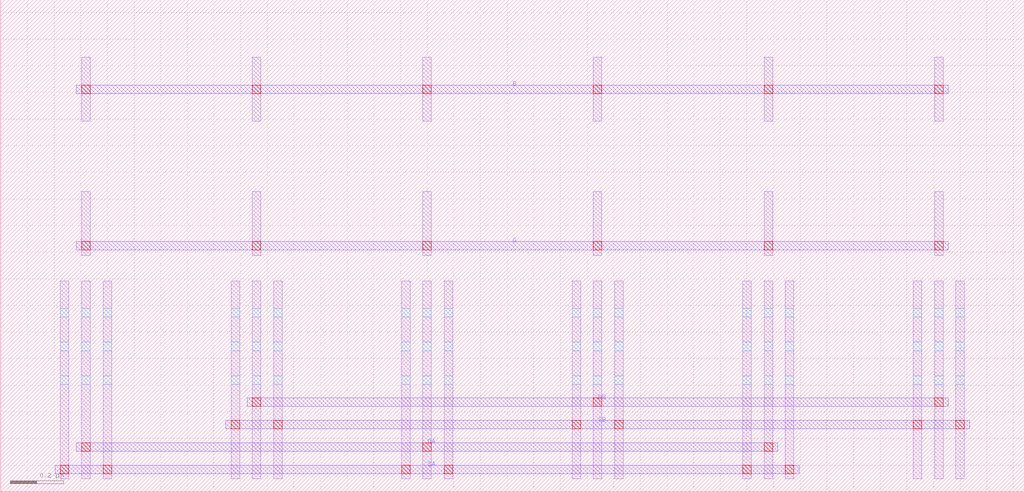
<source format=lef>
MACRO CMC_S_NMOS_B_nfin36_n12_X3_Y1_RVT
  ORIGIN 0 0 ;
  FOREIGN CMC_S_NMOS_B_nfin36_n12_X3_Y1_RVT 0 0 ;
  SIZE 3.8400 BY 1.8480 ;
  PIN SA
    DIRECTION INOUT ;
    USE SIGNAL ;
    PORT
      LAYER M2 ;
        RECT 0.2040 0.0680 2.9960 0.1000 ;
    END
  END SA
  PIN DA
    DIRECTION INOUT ;
    USE SIGNAL ;
    PORT
      LAYER M2 ;
        RECT 0.2840 0.1520 2.9160 0.1840 ;
    END
  END DA
  PIN SB
    DIRECTION INOUT ;
    USE SIGNAL ;
    PORT
      LAYER M2 ;
        RECT 0.8440 0.2360 3.6360 0.2680 ;
    END
  END SB
  PIN DB
    DIRECTION INOUT ;
    USE SIGNAL ;
    PORT
      LAYER M2 ;
        RECT 0.9240 0.3200 3.5560 0.3520 ;
    END
  END DB
  PIN G
    DIRECTION INOUT ;
    USE SIGNAL ;
    PORT
      LAYER M2 ;
        RECT 0.2840 0.9080 3.5560 0.9400 ;
    END
  END G
  PIN B
    DIRECTION INOUT ;
    USE SIGNAL ;
    PORT
      LAYER M2 ;
        RECT 0.2840 1.4960 3.5560 1.5280 ;
    END
  END B
  OBS
    LAYER M1 ;
      RECT 0.3040 0.0480 0.3360 0.7920 ;
    LAYER M1 ;
      RECT 0.3040 0.8880 0.3360 1.1280 ;
    LAYER M1 ;
      RECT 0.3040 1.3920 0.3360 1.6320 ;
    LAYER M1 ;
      RECT 0.2240 0.0480 0.2560 0.7920 ;
    LAYER M1 ;
      RECT 0.3840 0.0480 0.4160 0.7920 ;
    LAYER M1 ;
      RECT 0.9440 0.0480 0.9760 0.7920 ;
    LAYER M1 ;
      RECT 0.9440 0.8880 0.9760 1.1280 ;
    LAYER M1 ;
      RECT 0.9440 1.3920 0.9760 1.6320 ;
    LAYER M1 ;
      RECT 0.8640 0.0480 0.8960 0.7920 ;
    LAYER M1 ;
      RECT 1.0240 0.0480 1.0560 0.7920 ;
    LAYER M1 ;
      RECT 1.5840 0.0480 1.6160 0.7920 ;
    LAYER M1 ;
      RECT 1.5840 0.8880 1.6160 1.1280 ;
    LAYER M1 ;
      RECT 1.5840 1.3920 1.6160 1.6320 ;
    LAYER M1 ;
      RECT 1.5040 0.0480 1.5360 0.7920 ;
    LAYER M1 ;
      RECT 1.6640 0.0480 1.6960 0.7920 ;
    LAYER M1 ;
      RECT 2.2240 0.0480 2.2560 0.7920 ;
    LAYER M1 ;
      RECT 2.2240 0.8880 2.2560 1.1280 ;
    LAYER M1 ;
      RECT 2.2240 1.3920 2.2560 1.6320 ;
    LAYER M1 ;
      RECT 2.1440 0.0480 2.1760 0.7920 ;
    LAYER M1 ;
      RECT 2.3040 0.0480 2.3360 0.7920 ;
    LAYER M1 ;
      RECT 2.8640 0.0480 2.8960 0.7920 ;
    LAYER M1 ;
      RECT 2.8640 0.8880 2.8960 1.1280 ;
    LAYER M1 ;
      RECT 2.8640 1.3920 2.8960 1.6320 ;
    LAYER M1 ;
      RECT 2.7840 0.0480 2.8160 0.7920 ;
    LAYER M1 ;
      RECT 2.9440 0.0480 2.9760 0.7920 ;
    LAYER M1 ;
      RECT 3.5040 0.0480 3.5360 0.7920 ;
    LAYER M1 ;
      RECT 3.5040 0.8880 3.5360 1.1280 ;
    LAYER M1 ;
      RECT 3.5040 1.3920 3.5360 1.6320 ;
    LAYER M1 ;
      RECT 3.4240 0.0480 3.4560 0.7920 ;
    LAYER M1 ;
      RECT 3.5840 0.0480 3.6160 0.7920 ;
    LAYER V1 ;
      RECT 2.7840 0.0680 2.8160 0.1000 ;
    LAYER V1 ;
      RECT 0.2240 0.0680 0.2560 0.1000 ;
    LAYER V1 ;
      RECT 2.9440 0.0680 2.9760 0.1000 ;
    LAYER V1 ;
      RECT 0.3840 0.0680 0.4160 0.1000 ;
    LAYER V1 ;
      RECT 1.5040 0.0680 1.5360 0.1000 ;
    LAYER V1 ;
      RECT 1.6640 0.0680 1.6960 0.1000 ;
    LAYER V1 ;
      RECT 0.3040 0.1520 0.3360 0.1840 ;
    LAYER V1 ;
      RECT 0.3040 0.9080 0.3360 0.9400 ;
    LAYER V1 ;
      RECT 0.3040 1.4960 0.3360 1.5280 ;
    LAYER V1 ;
      RECT 2.8640 0.1520 2.8960 0.1840 ;
    LAYER V1 ;
      RECT 2.8640 0.9080 2.8960 0.9400 ;
    LAYER V1 ;
      RECT 2.8640 1.4960 2.8960 1.5280 ;
    LAYER V1 ;
      RECT 1.5840 0.1520 1.6160 0.1840 ;
    LAYER V1 ;
      RECT 1.5840 0.9080 1.6160 0.9400 ;
    LAYER V1 ;
      RECT 1.5840 1.4960 1.6160 1.5280 ;
    LAYER V1 ;
      RECT 0.8640 0.2360 0.8960 0.2680 ;
    LAYER V1 ;
      RECT 3.4240 0.2360 3.4560 0.2680 ;
    LAYER V1 ;
      RECT 3.5840 0.2360 3.6160 0.2680 ;
    LAYER V1 ;
      RECT 1.0240 0.2360 1.0560 0.2680 ;
    LAYER V1 ;
      RECT 2.1440 0.2360 2.1760 0.2680 ;
    LAYER V1 ;
      RECT 2.3040 0.2360 2.3360 0.2680 ;
    LAYER V1 ;
      RECT 0.9440 0.3200 0.9760 0.3520 ;
    LAYER V1 ;
      RECT 0.9440 0.9080 0.9760 0.9400 ;
    LAYER V1 ;
      RECT 0.9440 1.4960 0.9760 1.5280 ;
    LAYER V1 ;
      RECT 3.5040 0.3200 3.5360 0.3520 ;
    LAYER V1 ;
      RECT 3.5040 0.9080 3.5360 0.9400 ;
    LAYER V1 ;
      RECT 3.5040 1.4960 3.5360 1.5280 ;
    LAYER V1 ;
      RECT 2.2240 0.3200 2.2560 0.3520 ;
    LAYER V1 ;
      RECT 2.2240 0.9080 2.2560 0.9400 ;
    LAYER V1 ;
      RECT 2.2240 1.4960 2.2560 1.5280 ;
    LAYER V0 ;
      RECT 0.3040 0.4040 0.3360 0.4360 ;
    LAYER V0 ;
      RECT 0.3040 0.5300 0.3360 0.5620 ;
    LAYER V0 ;
      RECT 0.3040 0.6560 0.3360 0.6880 ;
    LAYER V0 ;
      RECT 0.3040 0.9080 0.3360 0.9400 ;
    LAYER V0 ;
      RECT 0.3040 1.4960 0.3360 1.5280 ;
    LAYER V0 ;
      RECT 0.2240 0.4040 0.2560 0.4360 ;
    LAYER V0 ;
      RECT 0.2240 0.5300 0.2560 0.5620 ;
    LAYER V0 ;
      RECT 0.2240 0.6560 0.2560 0.6880 ;
    LAYER V0 ;
      RECT 0.3840 0.4040 0.4160 0.4360 ;
    LAYER V0 ;
      RECT 0.3840 0.5300 0.4160 0.5620 ;
    LAYER V0 ;
      RECT 0.3840 0.6560 0.4160 0.6880 ;
    LAYER V0 ;
      RECT 0.9440 0.4040 0.9760 0.4360 ;
    LAYER V0 ;
      RECT 0.9440 0.5300 0.9760 0.5620 ;
    LAYER V0 ;
      RECT 0.9440 0.6560 0.9760 0.6880 ;
    LAYER V0 ;
      RECT 0.9440 0.9080 0.9760 0.9400 ;
    LAYER V0 ;
      RECT 0.9440 1.4960 0.9760 1.5280 ;
    LAYER V0 ;
      RECT 0.8640 0.4040 0.8960 0.4360 ;
    LAYER V0 ;
      RECT 0.8640 0.5300 0.8960 0.5620 ;
    LAYER V0 ;
      RECT 0.8640 0.6560 0.8960 0.6880 ;
    LAYER V0 ;
      RECT 1.0240 0.4040 1.0560 0.4360 ;
    LAYER V0 ;
      RECT 1.0240 0.5300 1.0560 0.5620 ;
    LAYER V0 ;
      RECT 1.0240 0.6560 1.0560 0.6880 ;
    LAYER V0 ;
      RECT 1.5840 0.4040 1.6160 0.4360 ;
    LAYER V0 ;
      RECT 1.5840 0.5300 1.6160 0.5620 ;
    LAYER V0 ;
      RECT 1.5840 0.6560 1.6160 0.6880 ;
    LAYER V0 ;
      RECT 1.5840 0.9080 1.6160 0.9400 ;
    LAYER V0 ;
      RECT 1.5840 1.4960 1.6160 1.5280 ;
    LAYER V0 ;
      RECT 1.5040 0.4040 1.5360 0.4360 ;
    LAYER V0 ;
      RECT 1.5040 0.5300 1.5360 0.5620 ;
    LAYER V0 ;
      RECT 1.5040 0.6560 1.5360 0.6880 ;
    LAYER V0 ;
      RECT 1.6640 0.4040 1.6960 0.4360 ;
    LAYER V0 ;
      RECT 1.6640 0.5300 1.6960 0.5620 ;
    LAYER V0 ;
      RECT 1.6640 0.6560 1.6960 0.6880 ;
    LAYER V0 ;
      RECT 2.2240 0.4040 2.2560 0.4360 ;
    LAYER V0 ;
      RECT 2.2240 0.5300 2.2560 0.5620 ;
    LAYER V0 ;
      RECT 2.2240 0.6560 2.2560 0.6880 ;
    LAYER V0 ;
      RECT 2.2240 0.9080 2.2560 0.9400 ;
    LAYER V0 ;
      RECT 2.2240 1.4960 2.2560 1.5280 ;
    LAYER V0 ;
      RECT 2.1440 0.4040 2.1760 0.4360 ;
    LAYER V0 ;
      RECT 2.1440 0.5300 2.1760 0.5620 ;
    LAYER V0 ;
      RECT 2.1440 0.6560 2.1760 0.6880 ;
    LAYER V0 ;
      RECT 2.3040 0.4040 2.3360 0.4360 ;
    LAYER V0 ;
      RECT 2.3040 0.5300 2.3360 0.5620 ;
    LAYER V0 ;
      RECT 2.3040 0.6560 2.3360 0.6880 ;
    LAYER V0 ;
      RECT 2.8640 0.4040 2.8960 0.4360 ;
    LAYER V0 ;
      RECT 2.8640 0.5300 2.8960 0.5620 ;
    LAYER V0 ;
      RECT 2.8640 0.6560 2.8960 0.6880 ;
    LAYER V0 ;
      RECT 2.8640 0.9080 2.8960 0.9400 ;
    LAYER V0 ;
      RECT 2.8640 1.4960 2.8960 1.5280 ;
    LAYER V0 ;
      RECT 2.7840 0.4040 2.8160 0.4360 ;
    LAYER V0 ;
      RECT 2.7840 0.5300 2.8160 0.5620 ;
    LAYER V0 ;
      RECT 2.7840 0.6560 2.8160 0.6880 ;
    LAYER V0 ;
      RECT 2.9440 0.4040 2.9760 0.4360 ;
    LAYER V0 ;
      RECT 2.9440 0.5300 2.9760 0.5620 ;
    LAYER V0 ;
      RECT 2.9440 0.6560 2.9760 0.6880 ;
    LAYER V0 ;
      RECT 3.5040 0.4040 3.5360 0.4360 ;
    LAYER V0 ;
      RECT 3.5040 0.5300 3.5360 0.5620 ;
    LAYER V0 ;
      RECT 3.5040 0.6560 3.5360 0.6880 ;
    LAYER V0 ;
      RECT 3.5040 0.9080 3.5360 0.9400 ;
    LAYER V0 ;
      RECT 3.5040 1.4960 3.5360 1.5280 ;
    LAYER V0 ;
      RECT 3.4240 0.4040 3.4560 0.4360 ;
    LAYER V0 ;
      RECT 3.4240 0.5300 3.4560 0.5620 ;
    LAYER V0 ;
      RECT 3.4240 0.6560 3.4560 0.6880 ;
    LAYER V0 ;
      RECT 3.5840 0.4040 3.6160 0.4360 ;
    LAYER V0 ;
      RECT 3.5840 0.5300 3.6160 0.5620 ;
    LAYER V0 ;
      RECT 3.5840 0.6560 3.6160 0.6880 ;
  END
END CMC_S_NMOS_B_nfin36_n12_X3_Y1_RVT
MACRO DCL_NMOS_nfin24_n12_X2_Y1_RVT
  ORIGIN 0 0 ;
  FOREIGN DCL_NMOS_nfin24_n12_X2_Y1_RVT 0 0 ;
  SIZE 0.8000 BY 1.8480 ;
  PIN S
    DIRECTION INOUT ;
    USE SIGNAL ;
    PORT
      LAYER M3 ;
        RECT 0.2200 0.0480 0.2600 1.5480 ;
    END
  END S
  PIN D
    DIRECTION INOUT ;
    USE SIGNAL ;
    PORT
      LAYER M3 ;
        RECT 0.3000 0.1320 0.3400 0.9600 ;
    END
  END D
  OBS
    LAYER M1 ;
      RECT 0.3040 0.0480 0.3360 0.7920 ;
    LAYER M1 ;
      RECT 0.3040 0.8880 0.3360 1.1280 ;
    LAYER M1 ;
      RECT 0.3040 1.3920 0.3360 1.6320 ;
    LAYER M1 ;
      RECT 0.2240 0.0480 0.2560 0.7920 ;
    LAYER M1 ;
      RECT 0.3840 0.0480 0.4160 0.7920 ;
    LAYER M1 ;
      RECT 0.4640 0.0480 0.4960 0.7920 ;
    LAYER M1 ;
      RECT 0.4640 0.8880 0.4960 1.1280 ;
    LAYER M1 ;
      RECT 0.4640 1.3920 0.4960 1.6320 ;
    LAYER M1 ;
      RECT 0.5440 0.0480 0.5760 0.7920 ;
    LAYER M2 ;
      RECT 0.2040 1.4960 0.5160 1.5280 ;
    LAYER M2 ;
      RECT 0.2040 0.0680 0.5960 0.1000 ;
    LAYER M2 ;
      RECT 0.2840 0.1520 0.5160 0.1840 ;
    LAYER M2 ;
      RECT 0.2840 0.9080 0.5160 0.9400 ;
    LAYER V1 ;
      RECT 0.3040 0.1520 0.3360 0.1840 ;
    LAYER V1 ;
      RECT 0.3040 0.9080 0.3360 0.9400 ;
    LAYER V1 ;
      RECT 0.3040 1.4960 0.3360 1.5280 ;
    LAYER V1 ;
      RECT 0.4640 0.1520 0.4960 0.1840 ;
    LAYER V1 ;
      RECT 0.4640 0.9080 0.4960 0.9400 ;
    LAYER V1 ;
      RECT 0.4640 1.4960 0.4960 1.5280 ;
    LAYER V1 ;
      RECT 0.2240 0.0680 0.2560 0.1000 ;
    LAYER V1 ;
      RECT 0.3840 0.0680 0.4160 0.1000 ;
    LAYER V1 ;
      RECT 0.5440 0.0680 0.5760 0.1000 ;
    LAYER V2 ;
      RECT 0.2240 0.0680 0.2560 0.1000 ;
    LAYER V2 ;
      RECT 0.2240 1.4960 0.2560 1.5280 ;
    LAYER V2 ;
      RECT 0.3040 0.1520 0.3360 0.1840 ;
    LAYER V2 ;
      RECT 0.3040 0.9080 0.3360 0.9400 ;
    LAYER V0 ;
      RECT 0.3040 0.4040 0.3360 0.4360 ;
    LAYER V0 ;
      RECT 0.3040 0.5300 0.3360 0.5620 ;
    LAYER V0 ;
      RECT 0.3040 0.6560 0.3360 0.6880 ;
    LAYER V0 ;
      RECT 0.3040 0.9080 0.3360 0.9400 ;
    LAYER V0 ;
      RECT 0.3040 1.4960 0.3360 1.5280 ;
    LAYER V0 ;
      RECT 0.2240 0.4040 0.2560 0.4360 ;
    LAYER V0 ;
      RECT 0.2240 0.5300 0.2560 0.5620 ;
    LAYER V0 ;
      RECT 0.2240 0.6560 0.2560 0.6880 ;
    LAYER V0 ;
      RECT 0.3840 0.4040 0.4160 0.4360 ;
    LAYER V0 ;
      RECT 0.3840 0.4040 0.4160 0.4360 ;
    LAYER V0 ;
      RECT 0.3840 0.5300 0.4160 0.5620 ;
    LAYER V0 ;
      RECT 0.3840 0.5300 0.4160 0.5620 ;
    LAYER V0 ;
      RECT 0.3840 0.6560 0.4160 0.6880 ;
    LAYER V0 ;
      RECT 0.3840 0.6560 0.4160 0.6880 ;
    LAYER V0 ;
      RECT 0.4640 0.4040 0.4960 0.4360 ;
    LAYER V0 ;
      RECT 0.4640 0.5300 0.4960 0.5620 ;
    LAYER V0 ;
      RECT 0.4640 0.6560 0.4960 0.6880 ;
    LAYER V0 ;
      RECT 0.4640 0.9080 0.4960 0.9400 ;
    LAYER V0 ;
      RECT 0.4640 1.4960 0.4960 1.5280 ;
    LAYER V0 ;
      RECT 0.5440 0.4040 0.5760 0.4360 ;
    LAYER V0 ;
      RECT 0.5440 0.5300 0.5760 0.5620 ;
    LAYER V0 ;
      RECT 0.5440 0.6560 0.5760 0.6880 ;
  END
END DCL_NMOS_nfin24_n12_X2_Y1_RVT
MACRO Cap_12f
  ORIGIN 0 0 ;
  FOREIGN Cap_12f 0 0 ;
  SIZE 2.4000 BY 2.4360 ;
  PIN PLUS
    DIRECTION INOUT ;
    USE SIGNAL ;
    PORT
      LAYER M2 ;
        RECT -0.0360 -0.0160 2.4360 0.0160 ;
    END
  END PLUS
  PIN MINUS
    DIRECTION INOUT ;
    USE SIGNAL ;
    PORT
      LAYER M2 ;
        RECT -0.0360 2.4200 2.4360 2.4520 ;
    END
  END MINUS
  OBS
    LAYER M1 ;
      RECT 0.0000 0.0000 2.4000 2.4360 ;
    LAYER M2 ;
      RECT 0.0000 0.0000 2.4000 2.4360 ;
    LAYER M3 ;
      RECT 0.0000 0.0000 2.4000 2.4360 ;
  END
END Cap_12f
MACRO CMC_PMOS_nfin12_n12_X1_Y1_RVT
  ORIGIN 0 0 ;
  FOREIGN CMC_PMOS_nfin12_n12_X1_Y1_RVT 0 0 ;
  SIZE 0.8000 BY 1.8480 ;
  PIN S
    DIRECTION INOUT ;
    USE SIGNAL ;
    PORT
      LAYER M3 ;
        RECT 0.1400 0.0480 0.1800 1.5480 ;
    END
  END S
  PIN DA
    DIRECTION INOUT ;
    USE SIGNAL ;
    PORT
      LAYER M2 ;
        RECT 0.1240 0.1520 0.3560 0.1840 ;
    END
  END DA
  PIN DB
    DIRECTION INOUT ;
    USE SIGNAL ;
    PORT
      LAYER M2 ;
        RECT 0.2840 0.2360 0.5160 0.2680 ;
    END
  END DB
  PIN G
    DIRECTION INOUT ;
    USE SIGNAL ;
    PORT
      LAYER M2 ;
        RECT 0.2840 0.9080 0.5160 0.9400 ;
    END
  END G
  OBS
    LAYER M1 ;
      RECT 0.3040 0.0480 0.3360 0.7920 ;
    LAYER M1 ;
      RECT 0.3040 0.8880 0.3360 1.1280 ;
    LAYER M1 ;
      RECT 0.3040 1.3920 0.3360 1.6320 ;
    LAYER M1 ;
      RECT 0.2240 0.0480 0.2560 0.7920 ;
    LAYER M1 ;
      RECT 0.3840 0.0480 0.4160 0.7920 ;
    LAYER M1 ;
      RECT 0.4640 0.0480 0.4960 0.7920 ;
    LAYER M1 ;
      RECT 0.4640 0.8880 0.4960 1.1280 ;
    LAYER M1 ;
      RECT 0.4640 1.3920 0.4960 1.6320 ;
    LAYER M1 ;
      RECT 0.5440 0.0480 0.5760 0.7920 ;
    LAYER M2 ;
      RECT 0.1240 1.4960 0.5160 1.5280 ;
    LAYER M2 ;
      RECT 0.1240 0.0680 0.5960 0.1000 ;
    LAYER V1 ;
      RECT 0.3040 0.1520 0.3360 0.1840 ;
    LAYER V1 ;
      RECT 0.3040 0.9080 0.3360 0.9400 ;
    LAYER V1 ;
      RECT 0.3040 1.4960 0.3360 1.5280 ;
    LAYER V1 ;
      RECT 0.4640 0.2360 0.4960 0.2680 ;
    LAYER V1 ;
      RECT 0.4640 0.9080 0.4960 0.9400 ;
    LAYER V1 ;
      RECT 0.4640 1.4960 0.4960 1.5280 ;
    LAYER V1 ;
      RECT 0.2240 0.0680 0.2560 0.1000 ;
    LAYER V1 ;
      RECT 0.3840 0.0680 0.4160 0.1000 ;
    LAYER V1 ;
      RECT 0.5440 0.0680 0.5760 0.1000 ;
    LAYER V2 ;
      RECT 0.1440 0.0680 0.1760 0.1000 ;
    LAYER V2 ;
      RECT 0.1440 1.4960 0.1760 1.5280 ;
    LAYER V0 ;
      RECT 0.3040 0.4040 0.3360 0.4360 ;
    LAYER V0 ;
      RECT 0.3040 0.5300 0.3360 0.5620 ;
    LAYER V0 ;
      RECT 0.3040 0.6560 0.3360 0.6880 ;
    LAYER V0 ;
      RECT 0.3040 0.9080 0.3360 0.9400 ;
    LAYER V0 ;
      RECT 0.3040 1.4960 0.3360 1.5280 ;
    LAYER V0 ;
      RECT 0.2240 0.4040 0.2560 0.4360 ;
    LAYER V0 ;
      RECT 0.2240 0.5300 0.2560 0.5620 ;
    LAYER V0 ;
      RECT 0.2240 0.6560 0.2560 0.6880 ;
    LAYER V0 ;
      RECT 0.3840 0.4040 0.4160 0.4360 ;
    LAYER V0 ;
      RECT 0.3840 0.4040 0.4160 0.4360 ;
    LAYER V0 ;
      RECT 0.3840 0.5300 0.4160 0.5620 ;
    LAYER V0 ;
      RECT 0.3840 0.5300 0.4160 0.5620 ;
    LAYER V0 ;
      RECT 0.3840 0.6560 0.4160 0.6880 ;
    LAYER V0 ;
      RECT 0.3840 0.6560 0.4160 0.6880 ;
    LAYER V0 ;
      RECT 0.4640 0.4040 0.4960 0.4360 ;
    LAYER V0 ;
      RECT 0.4640 0.5300 0.4960 0.5620 ;
    LAYER V0 ;
      RECT 0.4640 0.6560 0.4960 0.6880 ;
    LAYER V0 ;
      RECT 0.4640 0.9080 0.4960 0.9400 ;
    LAYER V0 ;
      RECT 0.4640 1.4960 0.4960 1.5280 ;
    LAYER V0 ;
      RECT 0.5440 0.4040 0.5760 0.4360 ;
    LAYER V0 ;
      RECT 0.5440 0.5300 0.5760 0.5620 ;
    LAYER V0 ;
      RECT 0.5440 0.6560 0.5760 0.6880 ;
  END
END CMC_PMOS_nfin12_n12_X1_Y1_RVT
MACRO DP_NMOS_B_nfin72_n12_X6_Y1_RVT
  ORIGIN 0 0 ;
  FOREIGN DP_NMOS_B_nfin72_n12_X6_Y1_RVT 0 0 ;
  SIZE 2.4000 BY 1.8480 ;
  PIN S
    DIRECTION INOUT ;
    USE SIGNAL ;
    PORT
      LAYER M2 ;
        RECT 0.2040 0.0680 2.1960 0.1000 ;
    END
  END S
  PIN DA
    DIRECTION INOUT ;
    USE SIGNAL ;
    PORT
      LAYER M2 ;
        RECT 0.2840 0.1520 2.1160 0.1840 ;
    END
  END DA
  PIN DB
    DIRECTION INOUT ;
    USE SIGNAL ;
    PORT
      LAYER M2 ;
        RECT 0.4440 0.2360 1.9560 0.2680 ;
    END
  END DB
  PIN GA
    DIRECTION INOUT ;
    USE SIGNAL ;
    PORT
      LAYER M2 ;
        RECT 0.2840 0.9080 2.1160 0.9400 ;
    END
  END GA
  PIN GB
    DIRECTION INOUT ;
    USE SIGNAL ;
    PORT
      LAYER M2 ;
        RECT 0.4440 0.9920 1.9560 1.0240 ;
    END
  END GB
  PIN B
    DIRECTION INOUT ;
    USE SIGNAL ;
    PORT
      LAYER M2 ;
        RECT 0.2840 1.4960 2.1160 1.5280 ;
    END
  END B
  OBS
    LAYER M1 ;
      RECT 0.3040 0.0480 0.3360 0.7920 ;
    LAYER M1 ;
      RECT 0.3040 0.8880 0.3360 1.1280 ;
    LAYER M1 ;
      RECT 0.3040 1.3920 0.3360 1.6320 ;
    LAYER M1 ;
      RECT 0.2240 0.0480 0.2560 0.7920 ;
    LAYER M1 ;
      RECT 0.3840 0.0480 0.4160 0.7920 ;
    LAYER M1 ;
      RECT 0.4640 0.0480 0.4960 0.7920 ;
    LAYER M1 ;
      RECT 0.4640 0.8880 0.4960 1.1280 ;
    LAYER M1 ;
      RECT 0.4640 1.3920 0.4960 1.6320 ;
    LAYER M1 ;
      RECT 0.5440 0.0480 0.5760 0.7920 ;
    LAYER M1 ;
      RECT 0.6240 0.0480 0.6560 0.7920 ;
    LAYER M1 ;
      RECT 0.6240 0.8880 0.6560 1.1280 ;
    LAYER M1 ;
      RECT 0.6240 1.3920 0.6560 1.6320 ;
    LAYER M1 ;
      RECT 0.7040 0.0480 0.7360 0.7920 ;
    LAYER M1 ;
      RECT 0.7840 0.0480 0.8160 0.7920 ;
    LAYER M1 ;
      RECT 0.7840 0.8880 0.8160 1.1280 ;
    LAYER M1 ;
      RECT 0.7840 1.3920 0.8160 1.6320 ;
    LAYER M1 ;
      RECT 0.8640 0.0480 0.8960 0.7920 ;
    LAYER M1 ;
      RECT 0.9440 0.0480 0.9760 0.7920 ;
    LAYER M1 ;
      RECT 0.9440 0.8880 0.9760 1.1280 ;
    LAYER M1 ;
      RECT 0.9440 1.3920 0.9760 1.6320 ;
    LAYER M1 ;
      RECT 1.0240 0.0480 1.0560 0.7920 ;
    LAYER M1 ;
      RECT 1.1040 0.0480 1.1360 0.7920 ;
    LAYER M1 ;
      RECT 1.1040 0.8880 1.1360 1.1280 ;
    LAYER M1 ;
      RECT 1.1040 1.3920 1.1360 1.6320 ;
    LAYER M1 ;
      RECT 1.1840 0.0480 1.2160 0.7920 ;
    LAYER M1 ;
      RECT 1.2640 0.0480 1.2960 0.7920 ;
    LAYER M1 ;
      RECT 1.2640 0.8880 1.2960 1.1280 ;
    LAYER M1 ;
      RECT 1.2640 1.3920 1.2960 1.6320 ;
    LAYER M1 ;
      RECT 1.3440 0.0480 1.3760 0.7920 ;
    LAYER M1 ;
      RECT 1.4240 0.0480 1.4560 0.7920 ;
    LAYER M1 ;
      RECT 1.4240 0.8880 1.4560 1.1280 ;
    LAYER M1 ;
      RECT 1.4240 1.3920 1.4560 1.6320 ;
    LAYER M1 ;
      RECT 1.5040 0.0480 1.5360 0.7920 ;
    LAYER M1 ;
      RECT 1.5840 0.0480 1.6160 0.7920 ;
    LAYER M1 ;
      RECT 1.5840 0.8880 1.6160 1.1280 ;
    LAYER M1 ;
      RECT 1.5840 1.3920 1.6160 1.6320 ;
    LAYER M1 ;
      RECT 1.6640 0.0480 1.6960 0.7920 ;
    LAYER M1 ;
      RECT 1.7440 0.0480 1.7760 0.7920 ;
    LAYER M1 ;
      RECT 1.7440 0.8880 1.7760 1.1280 ;
    LAYER M1 ;
      RECT 1.7440 1.3920 1.7760 1.6320 ;
    LAYER M1 ;
      RECT 1.8240 0.0480 1.8560 0.7920 ;
    LAYER M1 ;
      RECT 1.9040 0.0480 1.9360 0.7920 ;
    LAYER M1 ;
      RECT 1.9040 0.8880 1.9360 1.1280 ;
    LAYER M1 ;
      RECT 1.9040 1.3920 1.9360 1.6320 ;
    LAYER M1 ;
      RECT 1.9840 0.0480 2.0160 0.7920 ;
    LAYER M1 ;
      RECT 2.0640 0.0480 2.0960 0.7920 ;
    LAYER M1 ;
      RECT 2.0640 0.8880 2.0960 1.1280 ;
    LAYER M1 ;
      RECT 2.0640 1.3920 2.0960 1.6320 ;
    LAYER M1 ;
      RECT 2.1440 0.0480 2.1760 0.7920 ;
    LAYER V1 ;
      RECT 0.2240 0.0680 0.2560 0.1000 ;
    LAYER V1 ;
      RECT 0.3840 0.0680 0.4160 0.1000 ;
    LAYER V1 ;
      RECT 0.5440 0.0680 0.5760 0.1000 ;
    LAYER V1 ;
      RECT 0.7040 0.0680 0.7360 0.1000 ;
    LAYER V1 ;
      RECT 0.8640 0.0680 0.8960 0.1000 ;
    LAYER V1 ;
      RECT 1.0240 0.0680 1.0560 0.1000 ;
    LAYER V1 ;
      RECT 1.1840 0.0680 1.2160 0.1000 ;
    LAYER V1 ;
      RECT 1.3440 0.0680 1.3760 0.1000 ;
    LAYER V1 ;
      RECT 1.5040 0.0680 1.5360 0.1000 ;
    LAYER V1 ;
      RECT 1.6640 0.0680 1.6960 0.1000 ;
    LAYER V1 ;
      RECT 1.8240 0.0680 1.8560 0.1000 ;
    LAYER V1 ;
      RECT 1.9840 0.0680 2.0160 0.1000 ;
    LAYER V1 ;
      RECT 2.1440 0.0680 2.1760 0.1000 ;
    LAYER V1 ;
      RECT 0.3040 0.1520 0.3360 0.1840 ;
    LAYER V1 ;
      RECT 0.3040 0.9080 0.3360 0.9400 ;
    LAYER V1 ;
      RECT 0.3040 1.4960 0.3360 1.5280 ;
    LAYER V1 ;
      RECT 0.7840 0.1520 0.8160 0.1840 ;
    LAYER V1 ;
      RECT 0.7840 0.9080 0.8160 0.9400 ;
    LAYER V1 ;
      RECT 0.7840 1.4960 0.8160 1.5280 ;
    LAYER V1 ;
      RECT 0.9440 0.1520 0.9760 0.1840 ;
    LAYER V1 ;
      RECT 0.9440 0.9080 0.9760 0.9400 ;
    LAYER V1 ;
      RECT 0.9440 1.4960 0.9760 1.5280 ;
    LAYER V1 ;
      RECT 1.4240 0.1520 1.4560 0.1840 ;
    LAYER V1 ;
      RECT 1.4240 0.9080 1.4560 0.9400 ;
    LAYER V1 ;
      RECT 1.4240 1.4960 1.4560 1.5280 ;
    LAYER V1 ;
      RECT 1.5840 0.1520 1.6160 0.1840 ;
    LAYER V1 ;
      RECT 1.5840 0.9080 1.6160 0.9400 ;
    LAYER V1 ;
      RECT 1.5840 1.4960 1.6160 1.5280 ;
    LAYER V1 ;
      RECT 2.0640 0.1520 2.0960 0.1840 ;
    LAYER V1 ;
      RECT 2.0640 0.9080 2.0960 0.9400 ;
    LAYER V1 ;
      RECT 2.0640 1.4960 2.0960 1.5280 ;
    LAYER V1 ;
      RECT 0.4640 0.2360 0.4960 0.2680 ;
    LAYER V1 ;
      RECT 0.4640 0.9920 0.4960 1.0240 ;
    LAYER V1 ;
      RECT 0.4640 1.4960 0.4960 1.5280 ;
    LAYER V1 ;
      RECT 0.6240 0.2360 0.6560 0.2680 ;
    LAYER V1 ;
      RECT 0.6240 0.9920 0.6560 1.0240 ;
    LAYER V1 ;
      RECT 0.6240 1.4960 0.6560 1.5280 ;
    LAYER V1 ;
      RECT 1.1040 0.2360 1.1360 0.2680 ;
    LAYER V1 ;
      RECT 1.1040 0.9920 1.1360 1.0240 ;
    LAYER V1 ;
      RECT 1.1040 1.4960 1.1360 1.5280 ;
    LAYER V1 ;
      RECT 1.2640 0.2360 1.2960 0.2680 ;
    LAYER V1 ;
      RECT 1.2640 0.9920 1.2960 1.0240 ;
    LAYER V1 ;
      RECT 1.2640 1.4960 1.2960 1.5280 ;
    LAYER V1 ;
      RECT 1.7440 0.2360 1.7760 0.2680 ;
    LAYER V1 ;
      RECT 1.7440 0.9920 1.7760 1.0240 ;
    LAYER V1 ;
      RECT 1.7440 1.4960 1.7760 1.5280 ;
    LAYER V1 ;
      RECT 1.9040 0.2360 1.9360 0.2680 ;
    LAYER V1 ;
      RECT 1.9040 0.9920 1.9360 1.0240 ;
    LAYER V1 ;
      RECT 1.9040 1.4960 1.9360 1.5280 ;
    LAYER V0 ;
      RECT 0.3040 0.4040 0.3360 0.4360 ;
    LAYER V0 ;
      RECT 0.3040 0.5300 0.3360 0.5620 ;
    LAYER V0 ;
      RECT 0.3040 0.6560 0.3360 0.6880 ;
    LAYER V0 ;
      RECT 0.3040 0.9080 0.3360 0.9400 ;
    LAYER V0 ;
      RECT 0.3040 1.4960 0.3360 1.5280 ;
    LAYER V0 ;
      RECT 0.2240 0.4040 0.2560 0.4360 ;
    LAYER V0 ;
      RECT 0.2240 0.5300 0.2560 0.5620 ;
    LAYER V0 ;
      RECT 0.2240 0.6560 0.2560 0.6880 ;
    LAYER V0 ;
      RECT 0.3840 0.4040 0.4160 0.4360 ;
    LAYER V0 ;
      RECT 0.3840 0.4040 0.4160 0.4360 ;
    LAYER V0 ;
      RECT 0.3840 0.5300 0.4160 0.5620 ;
    LAYER V0 ;
      RECT 0.3840 0.5300 0.4160 0.5620 ;
    LAYER V0 ;
      RECT 0.3840 0.6560 0.4160 0.6880 ;
    LAYER V0 ;
      RECT 0.3840 0.6560 0.4160 0.6880 ;
    LAYER V0 ;
      RECT 0.4640 0.4040 0.4960 0.4360 ;
    LAYER V0 ;
      RECT 0.4640 0.5300 0.4960 0.5620 ;
    LAYER V0 ;
      RECT 0.4640 0.6560 0.4960 0.6880 ;
    LAYER V0 ;
      RECT 0.4640 0.9080 0.4960 0.9400 ;
    LAYER V0 ;
      RECT 0.4640 1.4960 0.4960 1.5280 ;
    LAYER V0 ;
      RECT 0.5440 0.4040 0.5760 0.4360 ;
    LAYER V0 ;
      RECT 0.5440 0.4040 0.5760 0.4360 ;
    LAYER V0 ;
      RECT 0.5440 0.5300 0.5760 0.5620 ;
    LAYER V0 ;
      RECT 0.5440 0.5300 0.5760 0.5620 ;
    LAYER V0 ;
      RECT 0.5440 0.6560 0.5760 0.6880 ;
    LAYER V0 ;
      RECT 0.5440 0.6560 0.5760 0.6880 ;
    LAYER V0 ;
      RECT 0.6240 0.4040 0.6560 0.4360 ;
    LAYER V0 ;
      RECT 0.6240 0.5300 0.6560 0.5620 ;
    LAYER V0 ;
      RECT 0.6240 0.6560 0.6560 0.6880 ;
    LAYER V0 ;
      RECT 0.6240 0.9080 0.6560 0.9400 ;
    LAYER V0 ;
      RECT 0.6240 1.4960 0.6560 1.5280 ;
    LAYER V0 ;
      RECT 0.7040 0.4040 0.7360 0.4360 ;
    LAYER V0 ;
      RECT 0.7040 0.4040 0.7360 0.4360 ;
    LAYER V0 ;
      RECT 0.7040 0.5300 0.7360 0.5620 ;
    LAYER V0 ;
      RECT 0.7040 0.5300 0.7360 0.5620 ;
    LAYER V0 ;
      RECT 0.7040 0.6560 0.7360 0.6880 ;
    LAYER V0 ;
      RECT 0.7040 0.6560 0.7360 0.6880 ;
    LAYER V0 ;
      RECT 0.7840 0.4040 0.8160 0.4360 ;
    LAYER V0 ;
      RECT 0.7840 0.5300 0.8160 0.5620 ;
    LAYER V0 ;
      RECT 0.7840 0.6560 0.8160 0.6880 ;
    LAYER V0 ;
      RECT 0.7840 0.9080 0.8160 0.9400 ;
    LAYER V0 ;
      RECT 0.7840 1.4960 0.8160 1.5280 ;
    LAYER V0 ;
      RECT 0.8640 0.4040 0.8960 0.4360 ;
    LAYER V0 ;
      RECT 0.8640 0.4040 0.8960 0.4360 ;
    LAYER V0 ;
      RECT 0.8640 0.5300 0.8960 0.5620 ;
    LAYER V0 ;
      RECT 0.8640 0.5300 0.8960 0.5620 ;
    LAYER V0 ;
      RECT 0.8640 0.6560 0.8960 0.6880 ;
    LAYER V0 ;
      RECT 0.8640 0.6560 0.8960 0.6880 ;
    LAYER V0 ;
      RECT 0.9440 0.4040 0.9760 0.4360 ;
    LAYER V0 ;
      RECT 0.9440 0.5300 0.9760 0.5620 ;
    LAYER V0 ;
      RECT 0.9440 0.6560 0.9760 0.6880 ;
    LAYER V0 ;
      RECT 0.9440 0.9080 0.9760 0.9400 ;
    LAYER V0 ;
      RECT 0.9440 1.4960 0.9760 1.5280 ;
    LAYER V0 ;
      RECT 1.0240 0.4040 1.0560 0.4360 ;
    LAYER V0 ;
      RECT 1.0240 0.4040 1.0560 0.4360 ;
    LAYER V0 ;
      RECT 1.0240 0.5300 1.0560 0.5620 ;
    LAYER V0 ;
      RECT 1.0240 0.5300 1.0560 0.5620 ;
    LAYER V0 ;
      RECT 1.0240 0.6560 1.0560 0.6880 ;
    LAYER V0 ;
      RECT 1.0240 0.6560 1.0560 0.6880 ;
    LAYER V0 ;
      RECT 1.1040 0.4040 1.1360 0.4360 ;
    LAYER V0 ;
      RECT 1.1040 0.5300 1.1360 0.5620 ;
    LAYER V0 ;
      RECT 1.1040 0.6560 1.1360 0.6880 ;
    LAYER V0 ;
      RECT 1.1040 0.9080 1.1360 0.9400 ;
    LAYER V0 ;
      RECT 1.1040 1.4960 1.1360 1.5280 ;
    LAYER V0 ;
      RECT 1.1840 0.4040 1.2160 0.4360 ;
    LAYER V0 ;
      RECT 1.1840 0.4040 1.2160 0.4360 ;
    LAYER V0 ;
      RECT 1.1840 0.5300 1.2160 0.5620 ;
    LAYER V0 ;
      RECT 1.1840 0.5300 1.2160 0.5620 ;
    LAYER V0 ;
      RECT 1.1840 0.6560 1.2160 0.6880 ;
    LAYER V0 ;
      RECT 1.1840 0.6560 1.2160 0.6880 ;
    LAYER V0 ;
      RECT 1.2640 0.4040 1.2960 0.4360 ;
    LAYER V0 ;
      RECT 1.2640 0.5300 1.2960 0.5620 ;
    LAYER V0 ;
      RECT 1.2640 0.6560 1.2960 0.6880 ;
    LAYER V0 ;
      RECT 1.2640 0.9080 1.2960 0.9400 ;
    LAYER V0 ;
      RECT 1.2640 1.4960 1.2960 1.5280 ;
    LAYER V0 ;
      RECT 1.3440 0.4040 1.3760 0.4360 ;
    LAYER V0 ;
      RECT 1.3440 0.4040 1.3760 0.4360 ;
    LAYER V0 ;
      RECT 1.3440 0.5300 1.3760 0.5620 ;
    LAYER V0 ;
      RECT 1.3440 0.5300 1.3760 0.5620 ;
    LAYER V0 ;
      RECT 1.3440 0.6560 1.3760 0.6880 ;
    LAYER V0 ;
      RECT 1.3440 0.6560 1.3760 0.6880 ;
    LAYER V0 ;
      RECT 1.4240 0.4040 1.4560 0.4360 ;
    LAYER V0 ;
      RECT 1.4240 0.5300 1.4560 0.5620 ;
    LAYER V0 ;
      RECT 1.4240 0.6560 1.4560 0.6880 ;
    LAYER V0 ;
      RECT 1.4240 0.9080 1.4560 0.9400 ;
    LAYER V0 ;
      RECT 1.4240 1.4960 1.4560 1.5280 ;
    LAYER V0 ;
      RECT 1.5040 0.4040 1.5360 0.4360 ;
    LAYER V0 ;
      RECT 1.5040 0.4040 1.5360 0.4360 ;
    LAYER V0 ;
      RECT 1.5040 0.5300 1.5360 0.5620 ;
    LAYER V0 ;
      RECT 1.5040 0.5300 1.5360 0.5620 ;
    LAYER V0 ;
      RECT 1.5040 0.6560 1.5360 0.6880 ;
    LAYER V0 ;
      RECT 1.5040 0.6560 1.5360 0.6880 ;
    LAYER V0 ;
      RECT 1.5840 0.4040 1.6160 0.4360 ;
    LAYER V0 ;
      RECT 1.5840 0.5300 1.6160 0.5620 ;
    LAYER V0 ;
      RECT 1.5840 0.6560 1.6160 0.6880 ;
    LAYER V0 ;
      RECT 1.5840 0.9080 1.6160 0.9400 ;
    LAYER V0 ;
      RECT 1.5840 1.4960 1.6160 1.5280 ;
    LAYER V0 ;
      RECT 1.6640 0.4040 1.6960 0.4360 ;
    LAYER V0 ;
      RECT 1.6640 0.4040 1.6960 0.4360 ;
    LAYER V0 ;
      RECT 1.6640 0.5300 1.6960 0.5620 ;
    LAYER V0 ;
      RECT 1.6640 0.5300 1.6960 0.5620 ;
    LAYER V0 ;
      RECT 1.6640 0.6560 1.6960 0.6880 ;
    LAYER V0 ;
      RECT 1.6640 0.6560 1.6960 0.6880 ;
    LAYER V0 ;
      RECT 1.7440 0.4040 1.7760 0.4360 ;
    LAYER V0 ;
      RECT 1.7440 0.5300 1.7760 0.5620 ;
    LAYER V0 ;
      RECT 1.7440 0.6560 1.7760 0.6880 ;
    LAYER V0 ;
      RECT 1.7440 0.9080 1.7760 0.9400 ;
    LAYER V0 ;
      RECT 1.7440 1.4960 1.7760 1.5280 ;
    LAYER V0 ;
      RECT 1.8240 0.4040 1.8560 0.4360 ;
    LAYER V0 ;
      RECT 1.8240 0.4040 1.8560 0.4360 ;
    LAYER V0 ;
      RECT 1.8240 0.5300 1.8560 0.5620 ;
    LAYER V0 ;
      RECT 1.8240 0.5300 1.8560 0.5620 ;
    LAYER V0 ;
      RECT 1.8240 0.6560 1.8560 0.6880 ;
    LAYER V0 ;
      RECT 1.8240 0.6560 1.8560 0.6880 ;
    LAYER V0 ;
      RECT 1.9040 0.4040 1.9360 0.4360 ;
    LAYER V0 ;
      RECT 1.9040 0.5300 1.9360 0.5620 ;
    LAYER V0 ;
      RECT 1.9040 0.6560 1.9360 0.6880 ;
    LAYER V0 ;
      RECT 1.9040 0.9080 1.9360 0.9400 ;
    LAYER V0 ;
      RECT 1.9040 1.4960 1.9360 1.5280 ;
    LAYER V0 ;
      RECT 1.9840 0.4040 2.0160 0.4360 ;
    LAYER V0 ;
      RECT 1.9840 0.4040 2.0160 0.4360 ;
    LAYER V0 ;
      RECT 1.9840 0.5300 2.0160 0.5620 ;
    LAYER V0 ;
      RECT 1.9840 0.5300 2.0160 0.5620 ;
    LAYER V0 ;
      RECT 1.9840 0.6560 2.0160 0.6880 ;
    LAYER V0 ;
      RECT 1.9840 0.6560 2.0160 0.6880 ;
    LAYER V0 ;
      RECT 2.0640 0.4040 2.0960 0.4360 ;
    LAYER V0 ;
      RECT 2.0640 0.5300 2.0960 0.5620 ;
    LAYER V0 ;
      RECT 2.0640 0.6560 2.0960 0.6880 ;
    LAYER V0 ;
      RECT 2.0640 0.9080 2.0960 0.9400 ;
    LAYER V0 ;
      RECT 2.0640 1.4960 2.0960 1.5280 ;
    LAYER V0 ;
      RECT 2.1440 0.4040 2.1760 0.4360 ;
    LAYER V0 ;
      RECT 2.1440 0.5300 2.1760 0.5620 ;
    LAYER V0 ;
      RECT 2.1440 0.6560 2.1760 0.6880 ;
  END
END DP_NMOS_B_nfin72_n12_X6_Y1_RVT
MACRO Switch_NMOS_B_nfin12_n12_X1_Y1_RVT
  ORIGIN 0 0 ;
  FOREIGN Switch_NMOS_B_nfin12_n12_X1_Y1_RVT 0 0 ;
  SIZE 0.6400 BY 1.8480 ;
  PIN S
    DIRECTION INOUT ;
    USE SIGNAL ;
    PORT
      LAYER M2 ;
        RECT 0.2040 0.0680 0.4360 0.1000 ;
    END
  END S
  PIN D
    DIRECTION INOUT ;
    USE SIGNAL ;
    PORT
      LAYER M2 ;
        RECT 0.1240 0.1520 0.3560 0.1840 ;
    END
  END D
  PIN G
    DIRECTION INOUT ;
    USE SIGNAL ;
    PORT
      LAYER M2 ;
        RECT 0.1240 0.9080 0.3560 0.9400 ;
    END
  END G
  PIN B
    DIRECTION INOUT ;
    USE SIGNAL ;
    PORT
      LAYER M2 ;
        RECT 0.1240 1.4960 0.3560 1.5280 ;
    END
  END B
  OBS
    LAYER M1 ;
      RECT 0.3040 0.0480 0.3360 0.7920 ;
    LAYER M1 ;
      RECT 0.3040 0.8880 0.3360 1.1280 ;
    LAYER M1 ;
      RECT 0.3040 1.3920 0.3360 1.6320 ;
    LAYER M1 ;
      RECT 0.2240 0.0480 0.2560 0.7920 ;
    LAYER M1 ;
      RECT 0.3840 0.0480 0.4160 0.7920 ;
    LAYER V1 ;
      RECT 0.2240 0.0680 0.2560 0.1000 ;
    LAYER V1 ;
      RECT 0.3840 0.0680 0.4160 0.1000 ;
    LAYER V1 ;
      RECT 0.3040 0.1520 0.3360 0.1840 ;
    LAYER V1 ;
      RECT 0.3040 0.9080 0.3360 0.9400 ;
    LAYER V1 ;
      RECT 0.3040 1.4960 0.3360 1.5280 ;
    LAYER V0 ;
      RECT 0.3040 0.4040 0.3360 0.4360 ;
    LAYER V0 ;
      RECT 0.3040 0.5300 0.3360 0.5620 ;
    LAYER V0 ;
      RECT 0.3040 0.6560 0.3360 0.6880 ;
    LAYER V0 ;
      RECT 0.3040 0.9080 0.3360 0.9400 ;
    LAYER V0 ;
      RECT 0.3040 1.4960 0.3360 1.5280 ;
    LAYER V0 ;
      RECT 0.2240 0.4040 0.2560 0.4360 ;
    LAYER V0 ;
      RECT 0.2240 0.5300 0.2560 0.5620 ;
    LAYER V0 ;
      RECT 0.2240 0.6560 0.2560 0.6880 ;
    LAYER V0 ;
      RECT 0.3840 0.4040 0.4160 0.4360 ;
    LAYER V0 ;
      RECT 0.3840 0.5300 0.4160 0.5620 ;
    LAYER V0 ;
      RECT 0.3840 0.6560 0.4160 0.6880 ;
  END
END Switch_NMOS_B_nfin12_n12_X1_Y1_RVT
MACRO Switch_PMOS_nfin24_n12_X2_Y1_RVT
  ORIGIN 0 0 ;
  FOREIGN Switch_PMOS_nfin24_n12_X2_Y1_RVT 0 0 ;
  SIZE 0.8000 BY 1.8480 ;
  PIN S
    DIRECTION INOUT ;
    USE SIGNAL ;
    PORT
      LAYER M3 ;
        RECT 0.1400 0.0480 0.1800 1.5480 ;
    END
  END S
  PIN D
    DIRECTION INOUT ;
    USE SIGNAL ;
    PORT
      LAYER M2 ;
        RECT 0.2840 0.1520 0.5160 0.1840 ;
    END
  END D
  PIN G
    DIRECTION INOUT ;
    USE SIGNAL ;
    PORT
      LAYER M2 ;
        RECT 0.2840 0.9080 0.5160 0.9400 ;
    END
  END G
  OBS
    LAYER M1 ;
      RECT 0.3040 0.0480 0.3360 0.7920 ;
    LAYER M1 ;
      RECT 0.3040 0.8880 0.3360 1.1280 ;
    LAYER M1 ;
      RECT 0.3040 1.3920 0.3360 1.6320 ;
    LAYER M1 ;
      RECT 0.2240 0.0480 0.2560 0.7920 ;
    LAYER M1 ;
      RECT 0.3840 0.0480 0.4160 0.7920 ;
    LAYER M1 ;
      RECT 0.4640 0.0480 0.4960 0.7920 ;
    LAYER M1 ;
      RECT 0.4640 0.8880 0.4960 1.1280 ;
    LAYER M1 ;
      RECT 0.4640 1.3920 0.4960 1.6320 ;
    LAYER M1 ;
      RECT 0.5440 0.0480 0.5760 0.7920 ;
    LAYER M2 ;
      RECT 0.1240 1.4960 0.5160 1.5280 ;
    LAYER M2 ;
      RECT 0.1240 0.0680 0.5960 0.1000 ;
    LAYER V1 ;
      RECT 0.3040 0.1520 0.3360 0.1840 ;
    LAYER V1 ;
      RECT 0.3040 0.9080 0.3360 0.9400 ;
    LAYER V1 ;
      RECT 0.3040 1.4960 0.3360 1.5280 ;
    LAYER V1 ;
      RECT 0.4640 0.1520 0.4960 0.1840 ;
    LAYER V1 ;
      RECT 0.4640 0.9080 0.4960 0.9400 ;
    LAYER V1 ;
      RECT 0.4640 1.4960 0.4960 1.5280 ;
    LAYER V1 ;
      RECT 0.2240 0.0680 0.2560 0.1000 ;
    LAYER V1 ;
      RECT 0.3840 0.0680 0.4160 0.1000 ;
    LAYER V1 ;
      RECT 0.5440 0.0680 0.5760 0.1000 ;
    LAYER V2 ;
      RECT 0.1440 0.0680 0.1760 0.1000 ;
    LAYER V2 ;
      RECT 0.1440 1.4960 0.1760 1.5280 ;
    LAYER V0 ;
      RECT 0.3040 0.4040 0.3360 0.4360 ;
    LAYER V0 ;
      RECT 0.3040 0.5300 0.3360 0.5620 ;
    LAYER V0 ;
      RECT 0.3040 0.6560 0.3360 0.6880 ;
    LAYER V0 ;
      RECT 0.3040 0.9080 0.3360 0.9400 ;
    LAYER V0 ;
      RECT 0.3040 1.4960 0.3360 1.5280 ;
    LAYER V0 ;
      RECT 0.2240 0.4040 0.2560 0.4360 ;
    LAYER V0 ;
      RECT 0.2240 0.5300 0.2560 0.5620 ;
    LAYER V0 ;
      RECT 0.2240 0.6560 0.2560 0.6880 ;
    LAYER V0 ;
      RECT 0.3840 0.4040 0.4160 0.4360 ;
    LAYER V0 ;
      RECT 0.3840 0.4040 0.4160 0.4360 ;
    LAYER V0 ;
      RECT 0.3840 0.5300 0.4160 0.5620 ;
    LAYER V0 ;
      RECT 0.3840 0.5300 0.4160 0.5620 ;
    LAYER V0 ;
      RECT 0.3840 0.6560 0.4160 0.6880 ;
    LAYER V0 ;
      RECT 0.3840 0.6560 0.4160 0.6880 ;
    LAYER V0 ;
      RECT 0.4640 0.4040 0.4960 0.4360 ;
    LAYER V0 ;
      RECT 0.4640 0.5300 0.4960 0.5620 ;
    LAYER V0 ;
      RECT 0.4640 0.6560 0.4960 0.6880 ;
    LAYER V0 ;
      RECT 0.4640 0.9080 0.4960 0.9400 ;
    LAYER V0 ;
      RECT 0.4640 1.4960 0.4960 1.5280 ;
    LAYER V0 ;
      RECT 0.5440 0.4040 0.5760 0.4360 ;
    LAYER V0 ;
      RECT 0.5440 0.5300 0.5760 0.5620 ;
    LAYER V0 ;
      RECT 0.5440 0.6560 0.5760 0.6880 ;
  END
END Switch_PMOS_nfin24_n12_X2_Y1_RVT
MACRO Switch_NMOS_nfin36_n12_X3_Y1_RVT
  ORIGIN 0 0 ;
  FOREIGN Switch_NMOS_nfin36_n12_X3_Y1_RVT 0 0 ;
  SIZE 0.9600 BY 1.8480 ;
  PIN S
    DIRECTION INOUT ;
    USE SIGNAL ;
    PORT
      LAYER M3 ;
        RECT 0.2200 0.0480 0.2600 1.5480 ;
    END
  END S
  PIN D
    DIRECTION INOUT ;
    USE SIGNAL ;
    PORT
      LAYER M2 ;
        RECT 0.2840 0.1520 0.6760 0.1840 ;
    END
  END D
  PIN G
    DIRECTION INOUT ;
    USE SIGNAL ;
    PORT
      LAYER M2 ;
        RECT 0.2840 0.9080 0.6760 0.9400 ;
    END
  END G
  OBS
    LAYER M1 ;
      RECT 0.3040 0.0480 0.3360 0.7920 ;
    LAYER M1 ;
      RECT 0.3040 0.8880 0.3360 1.1280 ;
    LAYER M1 ;
      RECT 0.3040 1.3920 0.3360 1.6320 ;
    LAYER M1 ;
      RECT 0.2240 0.0480 0.2560 0.7920 ;
    LAYER M1 ;
      RECT 0.3840 0.0480 0.4160 0.7920 ;
    LAYER M1 ;
      RECT 0.4640 0.0480 0.4960 0.7920 ;
    LAYER M1 ;
      RECT 0.4640 0.8880 0.4960 1.1280 ;
    LAYER M1 ;
      RECT 0.4640 1.3920 0.4960 1.6320 ;
    LAYER M1 ;
      RECT 0.5440 0.0480 0.5760 0.7920 ;
    LAYER M1 ;
      RECT 0.6240 0.0480 0.6560 0.7920 ;
    LAYER M1 ;
      RECT 0.6240 0.8880 0.6560 1.1280 ;
    LAYER M1 ;
      RECT 0.6240 1.3920 0.6560 1.6320 ;
    LAYER M1 ;
      RECT 0.7040 0.0480 0.7360 0.7920 ;
    LAYER M2 ;
      RECT 0.2040 1.4960 0.6760 1.5280 ;
    LAYER M2 ;
      RECT 0.2040 0.0680 0.7560 0.1000 ;
    LAYER V1 ;
      RECT 0.6240 0.1520 0.6560 0.1840 ;
    LAYER V1 ;
      RECT 0.6240 0.9080 0.6560 0.9400 ;
    LAYER V1 ;
      RECT 0.6240 1.4960 0.6560 1.5280 ;
    LAYER V1 ;
      RECT 0.3040 0.1520 0.3360 0.1840 ;
    LAYER V1 ;
      RECT 0.3040 0.9080 0.3360 0.9400 ;
    LAYER V1 ;
      RECT 0.3040 1.4960 0.3360 1.5280 ;
    LAYER V1 ;
      RECT 0.4640 0.1520 0.4960 0.1840 ;
    LAYER V1 ;
      RECT 0.4640 0.9080 0.4960 0.9400 ;
    LAYER V1 ;
      RECT 0.4640 1.4960 0.4960 1.5280 ;
    LAYER V1 ;
      RECT 0.7040 0.0680 0.7360 0.1000 ;
    LAYER V1 ;
      RECT 0.2240 0.0680 0.2560 0.1000 ;
    LAYER V1 ;
      RECT 0.3840 0.0680 0.4160 0.1000 ;
    LAYER V1 ;
      RECT 0.5440 0.0680 0.5760 0.1000 ;
    LAYER V2 ;
      RECT 0.2240 0.0680 0.2560 0.1000 ;
    LAYER V2 ;
      RECT 0.2240 1.4960 0.2560 1.5280 ;
    LAYER V0 ;
      RECT 0.3040 0.4040 0.3360 0.4360 ;
    LAYER V0 ;
      RECT 0.3040 0.5300 0.3360 0.5620 ;
    LAYER V0 ;
      RECT 0.3040 0.6560 0.3360 0.6880 ;
    LAYER V0 ;
      RECT 0.3040 0.9080 0.3360 0.9400 ;
    LAYER V0 ;
      RECT 0.3040 1.4960 0.3360 1.5280 ;
    LAYER V0 ;
      RECT 0.2240 0.4040 0.2560 0.4360 ;
    LAYER V0 ;
      RECT 0.2240 0.5300 0.2560 0.5620 ;
    LAYER V0 ;
      RECT 0.2240 0.6560 0.2560 0.6880 ;
    LAYER V0 ;
      RECT 0.3840 0.4040 0.4160 0.4360 ;
    LAYER V0 ;
      RECT 0.3840 0.4040 0.4160 0.4360 ;
    LAYER V0 ;
      RECT 0.3840 0.5300 0.4160 0.5620 ;
    LAYER V0 ;
      RECT 0.3840 0.5300 0.4160 0.5620 ;
    LAYER V0 ;
      RECT 0.3840 0.6560 0.4160 0.6880 ;
    LAYER V0 ;
      RECT 0.3840 0.6560 0.4160 0.6880 ;
    LAYER V0 ;
      RECT 0.4640 0.4040 0.4960 0.4360 ;
    LAYER V0 ;
      RECT 0.4640 0.5300 0.4960 0.5620 ;
    LAYER V0 ;
      RECT 0.4640 0.6560 0.4960 0.6880 ;
    LAYER V0 ;
      RECT 0.4640 0.9080 0.4960 0.9400 ;
    LAYER V0 ;
      RECT 0.4640 1.4960 0.4960 1.5280 ;
    LAYER V0 ;
      RECT 0.5440 0.4040 0.5760 0.4360 ;
    LAYER V0 ;
      RECT 0.5440 0.4040 0.5760 0.4360 ;
    LAYER V0 ;
      RECT 0.5440 0.5300 0.5760 0.5620 ;
    LAYER V0 ;
      RECT 0.5440 0.5300 0.5760 0.5620 ;
    LAYER V0 ;
      RECT 0.5440 0.6560 0.5760 0.6880 ;
    LAYER V0 ;
      RECT 0.5440 0.6560 0.5760 0.6880 ;
    LAYER V0 ;
      RECT 0.6240 0.4040 0.6560 0.4360 ;
    LAYER V0 ;
      RECT 0.6240 0.5300 0.6560 0.5620 ;
    LAYER V0 ;
      RECT 0.6240 0.6560 0.6560 0.6880 ;
    LAYER V0 ;
      RECT 0.6240 0.9080 0.6560 0.9400 ;
    LAYER V0 ;
      RECT 0.6240 1.4960 0.6560 1.5280 ;
    LAYER V0 ;
      RECT 0.7040 0.4040 0.7360 0.4360 ;
    LAYER V0 ;
      RECT 0.7040 0.5300 0.7360 0.5620 ;
    LAYER V0 ;
      RECT 0.7040 0.6560 0.7360 0.6880 ;
  END
END Switch_NMOS_nfin36_n12_X3_Y1_RVT

</source>
